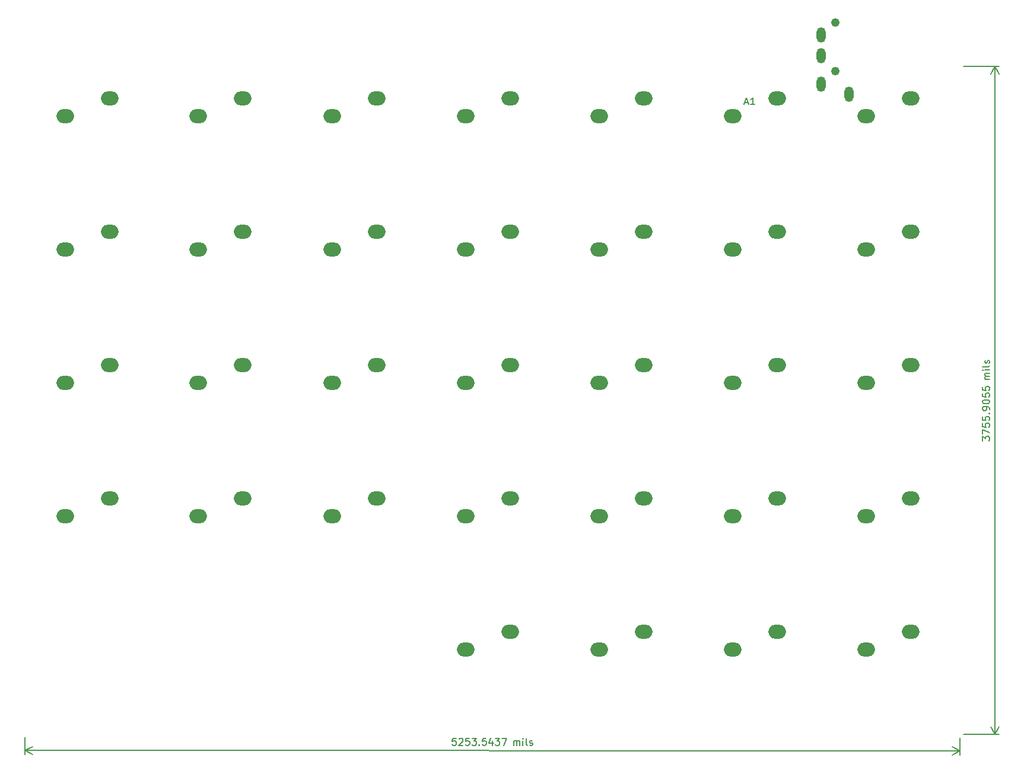
<source format=gbr>
%TF.GenerationSoftware,KiCad,Pcbnew,(7.0.0-0)*%
%TF.CreationDate,2023-04-02T12:13:52+09:00*%
%TF.ProjectId,11111_pcb,31313131-315f-4706-9362-2e6b69636164,rev?*%
%TF.SameCoordinates,Original*%
%TF.FileFunction,Legend,Top*%
%TF.FilePolarity,Positive*%
%FSLAX46Y46*%
G04 Gerber Fmt 4.6, Leading zero omitted, Abs format (unit mm)*
G04 Created by KiCad (PCBNEW (7.0.0-0)) date 2023-04-02 12:13:52*
%MOMM*%
%LPD*%
G01*
G04 APERTURE LIST*
%ADD10C,0.150000*%
%ADD11O,2.500000X2.000000*%
%ADD12C,1.210000*%
%ADD13O,1.300000X2.200000*%
G04 APERTURE END LIST*
D10*
X90715012Y-124377730D02*
X90238821Y-124377552D01*
X90238821Y-124377552D02*
X90191024Y-124853724D01*
X90191024Y-124853724D02*
X90238661Y-124806123D01*
X90238661Y-124806123D02*
X90333917Y-124758540D01*
X90333917Y-124758540D02*
X90572012Y-124758629D01*
X90572012Y-124758629D02*
X90667232Y-124806284D01*
X90667232Y-124806284D02*
X90714833Y-124853921D01*
X90714833Y-124853921D02*
X90762417Y-124949177D01*
X90762417Y-124949177D02*
X90762327Y-125187272D01*
X90762327Y-125187272D02*
X90714673Y-125282492D01*
X90714673Y-125282492D02*
X90667036Y-125330093D01*
X90667036Y-125330093D02*
X90571780Y-125377677D01*
X90571780Y-125377677D02*
X90333685Y-125377587D01*
X90333685Y-125377587D02*
X90238464Y-125329933D01*
X90238464Y-125329933D02*
X90190863Y-125282296D01*
X91143547Y-124473129D02*
X91191184Y-124425528D01*
X91191184Y-124425528D02*
X91286440Y-124377944D01*
X91286440Y-124377944D02*
X91524535Y-124378034D01*
X91524535Y-124378034D02*
X91619756Y-124425688D01*
X91619756Y-124425688D02*
X91667357Y-124473325D01*
X91667357Y-124473325D02*
X91714940Y-124568581D01*
X91714940Y-124568581D02*
X91714905Y-124663819D01*
X91714905Y-124663819D02*
X91667232Y-124806659D01*
X91667232Y-124806659D02*
X91095589Y-125377873D01*
X91095589Y-125377873D02*
X91714637Y-125378105D01*
X92619773Y-124378444D02*
X92143583Y-124378266D01*
X92143583Y-124378266D02*
X92095786Y-124854438D01*
X92095786Y-124854438D02*
X92143422Y-124806837D01*
X92143422Y-124806837D02*
X92238678Y-124759254D01*
X92238678Y-124759254D02*
X92476774Y-124759343D01*
X92476774Y-124759343D02*
X92571994Y-124806998D01*
X92571994Y-124806998D02*
X92619595Y-124854634D01*
X92619595Y-124854634D02*
X92667178Y-124949890D01*
X92667178Y-124949890D02*
X92667089Y-125187986D01*
X92667089Y-125187986D02*
X92619434Y-125283206D01*
X92619434Y-125283206D02*
X92571798Y-125330807D01*
X92571798Y-125330807D02*
X92476542Y-125378390D01*
X92476542Y-125378390D02*
X92238446Y-125378301D01*
X92238446Y-125378301D02*
X92143226Y-125330646D01*
X92143226Y-125330646D02*
X92095625Y-125283010D01*
X93000726Y-124378587D02*
X93619773Y-124378819D01*
X93619773Y-124378819D02*
X93286297Y-124759646D01*
X93286297Y-124759646D02*
X93429155Y-124759700D01*
X93429155Y-124759700D02*
X93524375Y-124807354D01*
X93524375Y-124807354D02*
X93571976Y-124854991D01*
X93571976Y-124854991D02*
X93619559Y-124950247D01*
X93619559Y-124950247D02*
X93619470Y-125188342D01*
X93619470Y-125188342D02*
X93571815Y-125283563D01*
X93571815Y-125283563D02*
X93524179Y-125331164D01*
X93524179Y-125331164D02*
X93428923Y-125378747D01*
X93428923Y-125378747D02*
X93143208Y-125378640D01*
X93143208Y-125378640D02*
X93047988Y-125330985D01*
X93047988Y-125330985D02*
X93000387Y-125283349D01*
X94048006Y-125283741D02*
X94095607Y-125331378D01*
X94095607Y-125331378D02*
X94047970Y-125378979D01*
X94047970Y-125378979D02*
X94000369Y-125331342D01*
X94000369Y-125331342D02*
X94048006Y-125283741D01*
X94048006Y-125283741D02*
X94047970Y-125378979D01*
X95000725Y-124379336D02*
X94524535Y-124379158D01*
X94524535Y-124379158D02*
X94476737Y-124855330D01*
X94476737Y-124855330D02*
X94524374Y-124807729D01*
X94524374Y-124807729D02*
X94619630Y-124760146D01*
X94619630Y-124760146D02*
X94857725Y-124760235D01*
X94857725Y-124760235D02*
X94952946Y-124807890D01*
X94952946Y-124807890D02*
X95000547Y-124855527D01*
X95000547Y-124855527D02*
X95048130Y-124950783D01*
X95048130Y-124950783D02*
X95048041Y-125188878D01*
X95048041Y-125188878D02*
X95000386Y-125284098D01*
X95000386Y-125284098D02*
X94952749Y-125331699D01*
X94952749Y-125331699D02*
X94857493Y-125379283D01*
X94857493Y-125379283D02*
X94619398Y-125379193D01*
X94619398Y-125379193D02*
X94524178Y-125331539D01*
X94524178Y-125331539D02*
X94476577Y-125283902D01*
X95905362Y-124713008D02*
X95905113Y-125379675D01*
X95667410Y-124331967D02*
X95429047Y-125046163D01*
X95429047Y-125046163D02*
X96048095Y-125046395D01*
X96334059Y-124379836D02*
X96953106Y-124380068D01*
X96953106Y-124380068D02*
X96619630Y-124760895D01*
X96619630Y-124760895D02*
X96762487Y-124760949D01*
X96762487Y-124760949D02*
X96857708Y-124808603D01*
X96857708Y-124808603D02*
X96905309Y-124856240D01*
X96905309Y-124856240D02*
X96952892Y-124951496D01*
X96952892Y-124951496D02*
X96952803Y-125189591D01*
X96952803Y-125189591D02*
X96905148Y-125284812D01*
X96905148Y-125284812D02*
X96857511Y-125332413D01*
X96857511Y-125332413D02*
X96762255Y-125379996D01*
X96762255Y-125379996D02*
X96476541Y-125379889D01*
X96476541Y-125379889D02*
X96381321Y-125332234D01*
X96381321Y-125332234D02*
X96333720Y-125284598D01*
X97286440Y-124380193D02*
X97953106Y-124380442D01*
X97953106Y-124380442D02*
X97524160Y-125380282D01*
X98933684Y-125380810D02*
X98933934Y-124714143D01*
X98933898Y-124809381D02*
X98981535Y-124761780D01*
X98981535Y-124761780D02*
X99076791Y-124714197D01*
X99076791Y-124714197D02*
X99219648Y-124714250D01*
X99219648Y-124714250D02*
X99314868Y-124761905D01*
X99314868Y-124761905D02*
X99362452Y-124857161D01*
X99362452Y-124857161D02*
X99362255Y-125380970D01*
X99362452Y-124857161D02*
X99410106Y-124761941D01*
X99410106Y-124761941D02*
X99505362Y-124714357D01*
X99505362Y-124714357D02*
X99648219Y-124714411D01*
X99648219Y-124714411D02*
X99743440Y-124762066D01*
X99743440Y-124762066D02*
X99791023Y-124857322D01*
X99791023Y-124857322D02*
X99790827Y-125381131D01*
X100267017Y-125381309D02*
X100267267Y-124714643D01*
X100267391Y-124381310D02*
X100219755Y-124428911D01*
X100219755Y-124428911D02*
X100267356Y-124476548D01*
X100267356Y-124476548D02*
X100314993Y-124428946D01*
X100314993Y-124428946D02*
X100267391Y-124381310D01*
X100267391Y-124381310D02*
X100267356Y-124476548D01*
X100886064Y-125381541D02*
X100790844Y-125333887D01*
X100790844Y-125333887D02*
X100743260Y-125238631D01*
X100743260Y-125238631D02*
X100743581Y-124381488D01*
X101219416Y-125334047D02*
X101314636Y-125381702D01*
X101314636Y-125381702D02*
X101505112Y-125381773D01*
X101505112Y-125381773D02*
X101600368Y-125334190D01*
X101600368Y-125334190D02*
X101648023Y-125238970D01*
X101648023Y-125238970D02*
X101648040Y-125191351D01*
X101648040Y-125191351D02*
X101600457Y-125096095D01*
X101600457Y-125096095D02*
X101505237Y-125048440D01*
X101505237Y-125048440D02*
X101362380Y-125048387D01*
X101362380Y-125048387D02*
X101267159Y-125000732D01*
X101267159Y-125000732D02*
X101219576Y-124905476D01*
X101219576Y-124905476D02*
X101219594Y-124857857D01*
X101219594Y-124857857D02*
X101267249Y-124762637D01*
X101267249Y-124762637D02*
X101362505Y-124715053D01*
X101362505Y-124715053D02*
X101505362Y-124715107D01*
X101505362Y-124715107D02*
X101600582Y-124762762D01*
X29199813Y-124250000D02*
X29198886Y-126723720D01*
X162639813Y-124300000D02*
X162638886Y-126773720D01*
X29199105Y-126137300D02*
X162639105Y-126187300D01*
X29199105Y-126137300D02*
X162639105Y-126187300D01*
X29199105Y-126137300D02*
X30325828Y-125551301D01*
X29199105Y-126137300D02*
X30325389Y-126724143D01*
X162639105Y-126187300D02*
X161512382Y-126773299D01*
X162639105Y-126187300D02*
X161512821Y-125600457D01*
X165857380Y-81876189D02*
X165857380Y-81257142D01*
X165857380Y-81257142D02*
X166238333Y-81590475D01*
X166238333Y-81590475D02*
X166238333Y-81447618D01*
X166238333Y-81447618D02*
X166285952Y-81352380D01*
X166285952Y-81352380D02*
X166333571Y-81304761D01*
X166333571Y-81304761D02*
X166428809Y-81257142D01*
X166428809Y-81257142D02*
X166666904Y-81257142D01*
X166666904Y-81257142D02*
X166762142Y-81304761D01*
X166762142Y-81304761D02*
X166809761Y-81352380D01*
X166809761Y-81352380D02*
X166857380Y-81447618D01*
X166857380Y-81447618D02*
X166857380Y-81733332D01*
X166857380Y-81733332D02*
X166809761Y-81828570D01*
X166809761Y-81828570D02*
X166762142Y-81876189D01*
X165857380Y-80923808D02*
X165857380Y-80257142D01*
X165857380Y-80257142D02*
X166857380Y-80685713D01*
X165857380Y-79399999D02*
X165857380Y-79876189D01*
X165857380Y-79876189D02*
X166333571Y-79923808D01*
X166333571Y-79923808D02*
X166285952Y-79876189D01*
X166285952Y-79876189D02*
X166238333Y-79780951D01*
X166238333Y-79780951D02*
X166238333Y-79542856D01*
X166238333Y-79542856D02*
X166285952Y-79447618D01*
X166285952Y-79447618D02*
X166333571Y-79399999D01*
X166333571Y-79399999D02*
X166428809Y-79352380D01*
X166428809Y-79352380D02*
X166666904Y-79352380D01*
X166666904Y-79352380D02*
X166762142Y-79399999D01*
X166762142Y-79399999D02*
X166809761Y-79447618D01*
X166809761Y-79447618D02*
X166857380Y-79542856D01*
X166857380Y-79542856D02*
X166857380Y-79780951D01*
X166857380Y-79780951D02*
X166809761Y-79876189D01*
X166809761Y-79876189D02*
X166762142Y-79923808D01*
X165857380Y-78447618D02*
X165857380Y-78923808D01*
X165857380Y-78923808D02*
X166333571Y-78971427D01*
X166333571Y-78971427D02*
X166285952Y-78923808D01*
X166285952Y-78923808D02*
X166238333Y-78828570D01*
X166238333Y-78828570D02*
X166238333Y-78590475D01*
X166238333Y-78590475D02*
X166285952Y-78495237D01*
X166285952Y-78495237D02*
X166333571Y-78447618D01*
X166333571Y-78447618D02*
X166428809Y-78399999D01*
X166428809Y-78399999D02*
X166666904Y-78399999D01*
X166666904Y-78399999D02*
X166762142Y-78447618D01*
X166762142Y-78447618D02*
X166809761Y-78495237D01*
X166809761Y-78495237D02*
X166857380Y-78590475D01*
X166857380Y-78590475D02*
X166857380Y-78828570D01*
X166857380Y-78828570D02*
X166809761Y-78923808D01*
X166809761Y-78923808D02*
X166762142Y-78971427D01*
X166762142Y-77971427D02*
X166809761Y-77923808D01*
X166809761Y-77923808D02*
X166857380Y-77971427D01*
X166857380Y-77971427D02*
X166809761Y-78019046D01*
X166809761Y-78019046D02*
X166762142Y-77971427D01*
X166762142Y-77971427D02*
X166857380Y-77971427D01*
X166857380Y-77447618D02*
X166857380Y-77257142D01*
X166857380Y-77257142D02*
X166809761Y-77161904D01*
X166809761Y-77161904D02*
X166762142Y-77114285D01*
X166762142Y-77114285D02*
X166619285Y-77019047D01*
X166619285Y-77019047D02*
X166428809Y-76971428D01*
X166428809Y-76971428D02*
X166047857Y-76971428D01*
X166047857Y-76971428D02*
X165952619Y-77019047D01*
X165952619Y-77019047D02*
X165905000Y-77066666D01*
X165905000Y-77066666D02*
X165857380Y-77161904D01*
X165857380Y-77161904D02*
X165857380Y-77352380D01*
X165857380Y-77352380D02*
X165905000Y-77447618D01*
X165905000Y-77447618D02*
X165952619Y-77495237D01*
X165952619Y-77495237D02*
X166047857Y-77542856D01*
X166047857Y-77542856D02*
X166285952Y-77542856D01*
X166285952Y-77542856D02*
X166381190Y-77495237D01*
X166381190Y-77495237D02*
X166428809Y-77447618D01*
X166428809Y-77447618D02*
X166476428Y-77352380D01*
X166476428Y-77352380D02*
X166476428Y-77161904D01*
X166476428Y-77161904D02*
X166428809Y-77066666D01*
X166428809Y-77066666D02*
X166381190Y-77019047D01*
X166381190Y-77019047D02*
X166285952Y-76971428D01*
X165857380Y-76352380D02*
X165857380Y-76257142D01*
X165857380Y-76257142D02*
X165905000Y-76161904D01*
X165905000Y-76161904D02*
X165952619Y-76114285D01*
X165952619Y-76114285D02*
X166047857Y-76066666D01*
X166047857Y-76066666D02*
X166238333Y-76019047D01*
X166238333Y-76019047D02*
X166476428Y-76019047D01*
X166476428Y-76019047D02*
X166666904Y-76066666D01*
X166666904Y-76066666D02*
X166762142Y-76114285D01*
X166762142Y-76114285D02*
X166809761Y-76161904D01*
X166809761Y-76161904D02*
X166857380Y-76257142D01*
X166857380Y-76257142D02*
X166857380Y-76352380D01*
X166857380Y-76352380D02*
X166809761Y-76447618D01*
X166809761Y-76447618D02*
X166762142Y-76495237D01*
X166762142Y-76495237D02*
X166666904Y-76542856D01*
X166666904Y-76542856D02*
X166476428Y-76590475D01*
X166476428Y-76590475D02*
X166238333Y-76590475D01*
X166238333Y-76590475D02*
X166047857Y-76542856D01*
X166047857Y-76542856D02*
X165952619Y-76495237D01*
X165952619Y-76495237D02*
X165905000Y-76447618D01*
X165905000Y-76447618D02*
X165857380Y-76352380D01*
X165857380Y-75114285D02*
X165857380Y-75590475D01*
X165857380Y-75590475D02*
X166333571Y-75638094D01*
X166333571Y-75638094D02*
X166285952Y-75590475D01*
X166285952Y-75590475D02*
X166238333Y-75495237D01*
X166238333Y-75495237D02*
X166238333Y-75257142D01*
X166238333Y-75257142D02*
X166285952Y-75161904D01*
X166285952Y-75161904D02*
X166333571Y-75114285D01*
X166333571Y-75114285D02*
X166428809Y-75066666D01*
X166428809Y-75066666D02*
X166666904Y-75066666D01*
X166666904Y-75066666D02*
X166762142Y-75114285D01*
X166762142Y-75114285D02*
X166809761Y-75161904D01*
X166809761Y-75161904D02*
X166857380Y-75257142D01*
X166857380Y-75257142D02*
X166857380Y-75495237D01*
X166857380Y-75495237D02*
X166809761Y-75590475D01*
X166809761Y-75590475D02*
X166762142Y-75638094D01*
X165857380Y-74161904D02*
X165857380Y-74638094D01*
X165857380Y-74638094D02*
X166333571Y-74685713D01*
X166333571Y-74685713D02*
X166285952Y-74638094D01*
X166285952Y-74638094D02*
X166238333Y-74542856D01*
X166238333Y-74542856D02*
X166238333Y-74304761D01*
X166238333Y-74304761D02*
X166285952Y-74209523D01*
X166285952Y-74209523D02*
X166333571Y-74161904D01*
X166333571Y-74161904D02*
X166428809Y-74114285D01*
X166428809Y-74114285D02*
X166666904Y-74114285D01*
X166666904Y-74114285D02*
X166762142Y-74161904D01*
X166762142Y-74161904D02*
X166809761Y-74209523D01*
X166809761Y-74209523D02*
X166857380Y-74304761D01*
X166857380Y-74304761D02*
X166857380Y-74542856D01*
X166857380Y-74542856D02*
X166809761Y-74638094D01*
X166809761Y-74638094D02*
X166762142Y-74685713D01*
X166857380Y-73085713D02*
X166190714Y-73085713D01*
X166285952Y-73085713D02*
X166238333Y-73038094D01*
X166238333Y-73038094D02*
X166190714Y-72942856D01*
X166190714Y-72942856D02*
X166190714Y-72799999D01*
X166190714Y-72799999D02*
X166238333Y-72704761D01*
X166238333Y-72704761D02*
X166333571Y-72657142D01*
X166333571Y-72657142D02*
X166857380Y-72657142D01*
X166333571Y-72657142D02*
X166238333Y-72609523D01*
X166238333Y-72609523D02*
X166190714Y-72514285D01*
X166190714Y-72514285D02*
X166190714Y-72371428D01*
X166190714Y-72371428D02*
X166238333Y-72276189D01*
X166238333Y-72276189D02*
X166333571Y-72228570D01*
X166333571Y-72228570D02*
X166857380Y-72228570D01*
X166857380Y-71752380D02*
X166190714Y-71752380D01*
X165857380Y-71752380D02*
X165905000Y-71799999D01*
X165905000Y-71799999D02*
X165952619Y-71752380D01*
X165952619Y-71752380D02*
X165905000Y-71704761D01*
X165905000Y-71704761D02*
X165857380Y-71752380D01*
X165857380Y-71752380D02*
X165952619Y-71752380D01*
X166857380Y-71133333D02*
X166809761Y-71228571D01*
X166809761Y-71228571D02*
X166714523Y-71276190D01*
X166714523Y-71276190D02*
X165857380Y-71276190D01*
X166809761Y-70799999D02*
X166857380Y-70704761D01*
X166857380Y-70704761D02*
X166857380Y-70514285D01*
X166857380Y-70514285D02*
X166809761Y-70419047D01*
X166809761Y-70419047D02*
X166714523Y-70371428D01*
X166714523Y-70371428D02*
X166666904Y-70371428D01*
X166666904Y-70371428D02*
X166571666Y-70419047D01*
X166571666Y-70419047D02*
X166524047Y-70514285D01*
X166524047Y-70514285D02*
X166524047Y-70657142D01*
X166524047Y-70657142D02*
X166476428Y-70752380D01*
X166476428Y-70752380D02*
X166381190Y-70799999D01*
X166381190Y-70799999D02*
X166333571Y-70799999D01*
X166333571Y-70799999D02*
X166238333Y-70752380D01*
X166238333Y-70752380D02*
X166190714Y-70657142D01*
X166190714Y-70657142D02*
X166190714Y-70514285D01*
X166190714Y-70514285D02*
X166238333Y-70419047D01*
X163140000Y-123800000D02*
X168226420Y-123800000D01*
X163140000Y-28400000D02*
X168226420Y-28400000D01*
X167640000Y-123800000D02*
X167640000Y-28400000D01*
X167640000Y-123800000D02*
X167640000Y-28400000D01*
X167640000Y-123800000D02*
X167053579Y-122673496D01*
X167640000Y-123800000D02*
X168226421Y-122673496D01*
X167640000Y-28400000D02*
X168226421Y-29526504D01*
X167640000Y-28400000D02*
X167053579Y-29526504D01*
%TO.C,A1*%
X131924514Y-33558866D02*
X132400704Y-33558866D01*
X131829276Y-33844580D02*
X132162609Y-32844580D01*
X132162609Y-32844580D02*
X132495942Y-33844580D01*
X133353085Y-33844580D02*
X132781657Y-33844580D01*
X133067371Y-33844580D02*
X133067371Y-32844580D01*
X133067371Y-32844580D02*
X132972133Y-32987438D01*
X132972133Y-32987438D02*
X132876895Y-33082676D01*
X132876895Y-33082676D02*
X132781657Y-33130295D01*
%TD*%
D11*
%TO.C,SW46*%
X92074999Y-92693799D03*
X98424999Y-90153799D03*
%TD*%
D12*
%TO.C,J1*%
X144818200Y-22100000D03*
X144818200Y-29100000D03*
D13*
X146818199Y-32399999D03*
X142818199Y-23899999D03*
X142818199Y-26899999D03*
X142818199Y-30899999D03*
%TD*%
D11*
%TO.C,SW34*%
X130174999Y-73599999D03*
X136524999Y-71059999D03*
%TD*%
%TO.C,SW15*%
X34924999Y-54549999D03*
X41274999Y-52009999D03*
%TD*%
%TO.C,SW45*%
X73024999Y-92668399D03*
X79374999Y-90128399D03*
%TD*%
%TO.C,SW57*%
X92134999Y-111699999D03*
X98484999Y-109159999D03*
%TD*%
%TO.C,SW1*%
X34924999Y-35499999D03*
X41274999Y-32959999D03*
%TD*%
%TO.C,SW58*%
X111124999Y-111699999D03*
X117474999Y-109159999D03*
%TD*%
%TO.C,SW16*%
X53904999Y-54549999D03*
X60254999Y-52009999D03*
%TD*%
%TO.C,SW19*%
X111124999Y-54549999D03*
X117474999Y-52009999D03*
%TD*%
%TO.C,SW43*%
X34924999Y-92668399D03*
X41274999Y-90128399D03*
%TD*%
%TO.C,SW47*%
X111124999Y-92693799D03*
X117474999Y-90153799D03*
%TD*%
%TO.C,SW35*%
X149224999Y-73599999D03*
X155574999Y-71059999D03*
%TD*%
%TO.C,SW30*%
X53904999Y-73599999D03*
X60254999Y-71059999D03*
%TD*%
%TO.C,SW33*%
X111124999Y-73599999D03*
X117474999Y-71059999D03*
%TD*%
%TO.C,SW6*%
X130174999Y-35499999D03*
X136524999Y-32959999D03*
%TD*%
%TO.C,SW44*%
X53904999Y-92668399D03*
X60254999Y-90128399D03*
%TD*%
%TO.C,SW49*%
X149224999Y-92649999D03*
X155574999Y-90109999D03*
%TD*%
%TO.C,SW21*%
X149224999Y-54549999D03*
X155574999Y-52009999D03*
%TD*%
%TO.C,SW29*%
X34924999Y-73599999D03*
X41274999Y-71059999D03*
%TD*%
%TO.C,SW4*%
X92074999Y-35499999D03*
X98424999Y-32959999D03*
%TD*%
%TO.C,SW59*%
X130174999Y-111699999D03*
X136524999Y-109159999D03*
%TD*%
%TO.C,SW20*%
X130174999Y-54549999D03*
X136524999Y-52009999D03*
%TD*%
%TO.C,SW32*%
X92074999Y-73599999D03*
X98424999Y-71059999D03*
%TD*%
%TO.C,SW2*%
X53904999Y-35499999D03*
X60254999Y-32959999D03*
%TD*%
%TO.C,SW3*%
X73024999Y-35499999D03*
X79374999Y-32959999D03*
%TD*%
%TO.C,SW7*%
X149224999Y-35499999D03*
X155574999Y-32959999D03*
%TD*%
%TO.C,SW17*%
X73024999Y-54549999D03*
X79374999Y-52009999D03*
%TD*%
%TO.C,SW48*%
X130174999Y-92693799D03*
X136524999Y-90153799D03*
%TD*%
%TO.C,SW60*%
X149224999Y-111699999D03*
X155574999Y-109159999D03*
%TD*%
%TO.C,SW18*%
X92074999Y-54549999D03*
X98424999Y-52009999D03*
%TD*%
%TO.C,SW31*%
X73024999Y-73599999D03*
X79374999Y-71059999D03*
%TD*%
%TO.C,SW5*%
X111124999Y-35499999D03*
X117474999Y-32959999D03*
%TD*%
M02*

</source>
